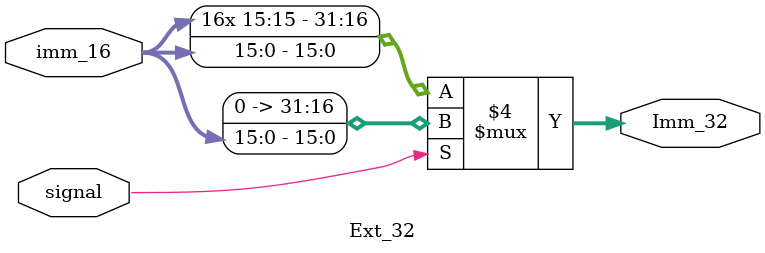
<source format=v>
`timescale 1ns / 1ps
module Ext_32(input [15:0] imm_16,
				  input signal,
				  output reg[31:0] Imm_32
				 );
	always @* begin
		if(signal == 0)
			Imm_32 = {{16{imm_16[15]}},imm_16};			//À©Õ¹Îª32Î»·ûºÅÊý
		else
			Imm_32 = {{16{0}}, imm_16};
		end
endmodule

</source>
